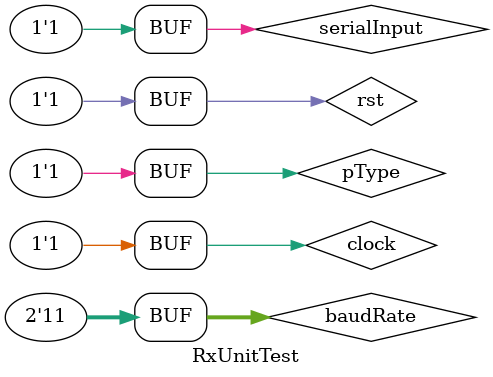
<source format=v>
`timescale 1ns/1ns

module RxUnitTest ();
    
reg serialInput; 
reg [1:0] baudRate ; 
reg clock ; 
reg rst ; 
reg pType ; 
wire error ; 
wire [7:0] dataOut ; 

RxUnit RxUnitUT(
    .serialInput(serialInput), 
    .baudRate(baudRate), 
    .clock(clock), 
    .rst(rst), 
    .pType(pType), 
    .error(error), 
    .dataOut(dataOut)
);

initial begin
    serialInput = 1 ; 
    baudRate = 2'b00 ; 
    pType = 0 ; 
    ///////////////// reset the system //////////////
    rst = 1 ; 
    #200 ; 
    rst = 0 ; 
    #200 ; 
    rst = 1 ; 
    ////////////  sending a frame in 2400 bits/second rate    ///////////////////
    ////////////  odd parity 
    pType = 0 ; 

        //idle 
        serialInput = 1 ; 
        #416666 ;
        //sending a frame 

        //start bit 
        serialInput = 0 ; 
        #416666 ; 
        //d0
        serialInput = 1 ; 
        #416666 ;
        //d1
        serialInput = 0 ; 
        #416666 ;
        //d2
        serialInput = 1 ; 
        #416666 ;
        //d3
        serialInput = 0 ; 
        #416666 ;
        //d4
        serialInput = 1 ; 
        #416666 ;
        //d5
        serialInput = 0 ; 
        #416666 ;
        //d6
        serialInput = 1 ; 
        #416666 ;
        //d7
        serialInput = 0 ; 
        #416666 ;
        //parity
        serialInput = 1 ; 
        #416666 ;
        //stop
        serialInput = 1 ; 
        #416666 ;
        //idle 
        serialInput = 1 ; 
        #416666 ;


        ////////////////// sending a frame in 19200 bits/second rate /////////////////

        baudRate = 2'b11 ; 
        pType = 1 ; //even parity  

        //start bit 
        serialInput = 0 ; 
        #52083; 
        //d0
        serialInput = 1 ; 
        #52083; 
        //d1
        serialInput = 1 ; 
        #52083; 
        //d2
        serialInput = 1 ; 
        #52083; 
        //d3
        serialInput = 1 ; 
        #52083; 
        //d4
        serialInput = 0 ; 
        #52083; 
        //d5
        serialInput = 0 ; 
        #52083; 
        //d6
        serialInput = 0 ; 
        #52083; 
        //d7
        serialInput = 0 ; 
        #52083; 
        //parity
        serialInput = 0 ; 
        #52083; 
        //stop
        serialInput = 1 ; 
        #52083; 
        //idle 
        serialInput = 1 ; 
        #416666 ;

end


always begin
    clock = 0 ; 
    #10; 
    clock = 1 ; 
    #10 ; 
end

endmodule
</source>
